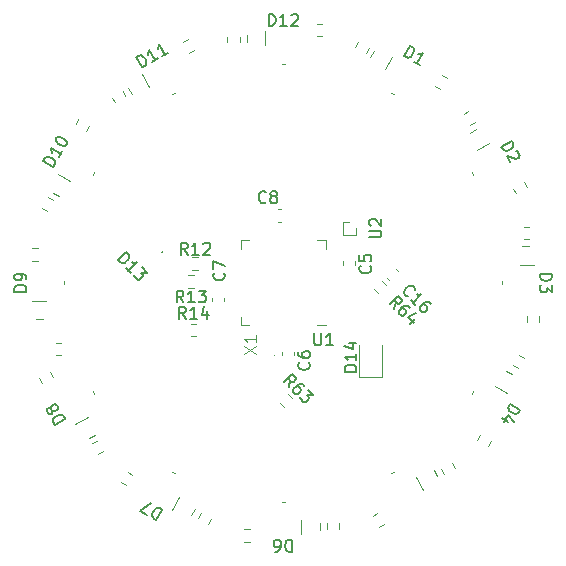
<source format=gbr>
%TF.GenerationSoftware,KiCad,Pcbnew,7.0.5*%
%TF.CreationDate,2023-10-07T14:02:05+02:00*%
%TF.ProjectId,ClockRev5,436c6f63-6b52-4657-9635-2e6b69636164,rev?*%
%TF.SameCoordinates,Original*%
%TF.FileFunction,Legend,Top*%
%TF.FilePolarity,Positive*%
%FSLAX46Y46*%
G04 Gerber Fmt 4.6, Leading zero omitted, Abs format (unit mm)*
G04 Created by KiCad (PCBNEW 7.0.5) date 2023-10-07 14:02:05*
%MOMM*%
%LPD*%
G01*
G04 APERTURE LIST*
%ADD10C,0.150000*%
%ADD11C,0.100000*%
%ADD12C,0.120000*%
G04 APERTURE END LIST*
D10*
%TO.C,D8*%
X81525910Y-111518298D02*
X80659884Y-112018298D01*
X80659884Y-112018298D02*
X80540837Y-111812101D01*
X80540837Y-111812101D02*
X80510647Y-111664574D01*
X80510647Y-111664574D02*
X80545507Y-111534476D01*
X80545507Y-111534476D02*
X80604176Y-111445618D01*
X80604176Y-111445618D02*
X80745324Y-111309140D01*
X80745324Y-111309140D02*
X80869042Y-111237712D01*
X80869042Y-111237712D02*
X81057808Y-111183713D01*
X81057808Y-111183713D02*
X81164097Y-111177333D01*
X81164097Y-111177333D02*
X81294194Y-111212193D01*
X81294194Y-111212193D02*
X81406862Y-111312101D01*
X81406862Y-111312101D02*
X81525910Y-111518298D01*
X80459609Y-110814269D02*
X80465989Y-110920557D01*
X80465989Y-110920557D02*
X80448559Y-110985606D01*
X80448559Y-110985606D02*
X80389890Y-111074464D01*
X80389890Y-111074464D02*
X80348651Y-111098274D01*
X80348651Y-111098274D02*
X80242363Y-111104653D01*
X80242363Y-111104653D02*
X80177314Y-111087224D01*
X80177314Y-111087224D02*
X80088456Y-111028554D01*
X80088456Y-111028554D02*
X79993218Y-110863597D01*
X79993218Y-110863597D02*
X79986838Y-110757309D01*
X79986838Y-110757309D02*
X80004268Y-110692260D01*
X80004268Y-110692260D02*
X80062937Y-110603402D01*
X80062937Y-110603402D02*
X80104176Y-110579592D01*
X80104176Y-110579592D02*
X80210464Y-110573213D01*
X80210464Y-110573213D02*
X80275513Y-110590642D01*
X80275513Y-110590642D02*
X80364371Y-110649312D01*
X80364371Y-110649312D02*
X80459609Y-110814269D01*
X80459609Y-110814269D02*
X80548468Y-110872938D01*
X80548468Y-110872938D02*
X80613517Y-110890368D01*
X80613517Y-110890368D02*
X80719805Y-110883988D01*
X80719805Y-110883988D02*
X80884762Y-110788750D01*
X80884762Y-110788750D02*
X80943431Y-110699891D01*
X80943431Y-110699891D02*
X80960861Y-110634843D01*
X80960861Y-110634843D02*
X80954481Y-110528554D01*
X80954481Y-110528554D02*
X80859243Y-110363597D01*
X80859243Y-110363597D02*
X80770385Y-110304928D01*
X80770385Y-110304928D02*
X80705336Y-110287498D01*
X80705336Y-110287498D02*
X80599048Y-110293878D01*
X80599048Y-110293878D02*
X80434091Y-110389116D01*
X80434091Y-110389116D02*
X80375421Y-110477975D01*
X80375421Y-110477975D02*
X80357992Y-110543023D01*
X80357992Y-110543023D02*
X80364371Y-110649312D01*
%TO.C,D14*%
X106204819Y-107514285D02*
X105204819Y-107514285D01*
X105204819Y-107514285D02*
X105204819Y-107276190D01*
X105204819Y-107276190D02*
X105252438Y-107133333D01*
X105252438Y-107133333D02*
X105347676Y-107038095D01*
X105347676Y-107038095D02*
X105442914Y-106990476D01*
X105442914Y-106990476D02*
X105633390Y-106942857D01*
X105633390Y-106942857D02*
X105776247Y-106942857D01*
X105776247Y-106942857D02*
X105966723Y-106990476D01*
X105966723Y-106990476D02*
X106061961Y-107038095D01*
X106061961Y-107038095D02*
X106157200Y-107133333D01*
X106157200Y-107133333D02*
X106204819Y-107276190D01*
X106204819Y-107276190D02*
X106204819Y-107514285D01*
X106204819Y-105990476D02*
X106204819Y-106561904D01*
X106204819Y-106276190D02*
X105204819Y-106276190D01*
X105204819Y-106276190D02*
X105347676Y-106371428D01*
X105347676Y-106371428D02*
X105442914Y-106466666D01*
X105442914Y-106466666D02*
X105490533Y-106561904D01*
X105538152Y-105133333D02*
X106204819Y-105133333D01*
X105157200Y-105371428D02*
X105871485Y-105609523D01*
X105871485Y-105609523D02*
X105871485Y-104990476D01*
D11*
%TO.C,X1*%
X96662419Y-106009523D02*
X97662419Y-105342857D01*
X96662419Y-105342857D02*
X97662419Y-106009523D01*
X97662419Y-104438095D02*
X97662419Y-105009523D01*
X97662419Y-104723809D02*
X96662419Y-104723809D01*
X96662419Y-104723809D02*
X96805276Y-104819047D01*
X96805276Y-104819047D02*
X96900514Y-104914285D01*
X96900514Y-104914285D02*
X96948133Y-105009523D01*
D10*
%TO.C,C6*%
X102159580Y-106741666D02*
X102207200Y-106789285D01*
X102207200Y-106789285D02*
X102254819Y-106932142D01*
X102254819Y-106932142D02*
X102254819Y-107027380D01*
X102254819Y-107027380D02*
X102207200Y-107170237D01*
X102207200Y-107170237D02*
X102111961Y-107265475D01*
X102111961Y-107265475D02*
X102016723Y-107313094D01*
X102016723Y-107313094D02*
X101826247Y-107360713D01*
X101826247Y-107360713D02*
X101683390Y-107360713D01*
X101683390Y-107360713D02*
X101492914Y-107313094D01*
X101492914Y-107313094D02*
X101397676Y-107265475D01*
X101397676Y-107265475D02*
X101302438Y-107170237D01*
X101302438Y-107170237D02*
X101254819Y-107027380D01*
X101254819Y-107027380D02*
X101254819Y-106932142D01*
X101254819Y-106932142D02*
X101302438Y-106789285D01*
X101302438Y-106789285D02*
X101350057Y-106741666D01*
X101254819Y-105884523D02*
X101254819Y-106074999D01*
X101254819Y-106074999D02*
X101302438Y-106170237D01*
X101302438Y-106170237D02*
X101350057Y-106217856D01*
X101350057Y-106217856D02*
X101492914Y-106313094D01*
X101492914Y-106313094D02*
X101683390Y-106360713D01*
X101683390Y-106360713D02*
X102064342Y-106360713D01*
X102064342Y-106360713D02*
X102159580Y-106313094D01*
X102159580Y-106313094D02*
X102207200Y-106265475D01*
X102207200Y-106265475D02*
X102254819Y-106170237D01*
X102254819Y-106170237D02*
X102254819Y-105979761D01*
X102254819Y-105979761D02*
X102207200Y-105884523D01*
X102207200Y-105884523D02*
X102159580Y-105836904D01*
X102159580Y-105836904D02*
X102064342Y-105789285D01*
X102064342Y-105789285D02*
X101826247Y-105789285D01*
X101826247Y-105789285D02*
X101731009Y-105836904D01*
X101731009Y-105836904D02*
X101683390Y-105884523D01*
X101683390Y-105884523D02*
X101635771Y-105979761D01*
X101635771Y-105979761D02*
X101635771Y-106170237D01*
X101635771Y-106170237D02*
X101683390Y-106265475D01*
X101683390Y-106265475D02*
X101731009Y-106313094D01*
X101731009Y-106313094D02*
X101826247Y-106360713D01*
%TO.C,D10*%
X80549719Y-90172511D02*
X79683694Y-89672511D01*
X79683694Y-89672511D02*
X79802742Y-89466315D01*
X79802742Y-89466315D02*
X79915410Y-89366406D01*
X79915410Y-89366406D02*
X80045507Y-89331547D01*
X80045507Y-89331547D02*
X80151795Y-89337927D01*
X80151795Y-89337927D02*
X80340562Y-89391925D01*
X80340562Y-89391925D02*
X80464280Y-89463354D01*
X80464280Y-89463354D02*
X80605428Y-89599831D01*
X80605428Y-89599831D02*
X80664097Y-89688690D01*
X80664097Y-89688690D02*
X80698956Y-89818787D01*
X80698956Y-89818787D02*
X80668767Y-89966315D01*
X80668767Y-89966315D02*
X80549719Y-90172511D01*
X81311624Y-88852854D02*
X81025910Y-89347725D01*
X81168767Y-89100289D02*
X80302742Y-88600289D01*
X80302742Y-88600289D02*
X80378841Y-88754197D01*
X80378841Y-88754197D02*
X80413700Y-88884294D01*
X80413700Y-88884294D02*
X80407320Y-88990582D01*
X80755123Y-87816743D02*
X80802742Y-87734264D01*
X80802742Y-87734264D02*
X80891600Y-87675595D01*
X80891600Y-87675595D02*
X80956649Y-87658165D01*
X80956649Y-87658165D02*
X81062937Y-87664545D01*
X81062937Y-87664545D02*
X81251704Y-87718544D01*
X81251704Y-87718544D02*
X81457900Y-87837591D01*
X81457900Y-87837591D02*
X81599048Y-87974069D01*
X81599048Y-87974069D02*
X81657717Y-88062927D01*
X81657717Y-88062927D02*
X81675147Y-88127976D01*
X81675147Y-88127976D02*
X81668767Y-88234264D01*
X81668767Y-88234264D02*
X81621148Y-88316743D01*
X81621148Y-88316743D02*
X81532290Y-88375412D01*
X81532290Y-88375412D02*
X81467241Y-88392841D01*
X81467241Y-88392841D02*
X81360953Y-88386462D01*
X81360953Y-88386462D02*
X81172186Y-88332463D01*
X81172186Y-88332463D02*
X80965989Y-88213415D01*
X80965989Y-88213415D02*
X80824842Y-88076938D01*
X80824842Y-88076938D02*
X80766173Y-87988080D01*
X80766173Y-87988080D02*
X80748743Y-87923031D01*
X80748743Y-87923031D02*
X80755123Y-87816743D01*
%TO.C,U2*%
X107304819Y-96161904D02*
X108114342Y-96161904D01*
X108114342Y-96161904D02*
X108209580Y-96114285D01*
X108209580Y-96114285D02*
X108257200Y-96066666D01*
X108257200Y-96066666D02*
X108304819Y-95971428D01*
X108304819Y-95971428D02*
X108304819Y-95780952D01*
X108304819Y-95780952D02*
X108257200Y-95685714D01*
X108257200Y-95685714D02*
X108209580Y-95638095D01*
X108209580Y-95638095D02*
X108114342Y-95590476D01*
X108114342Y-95590476D02*
X107304819Y-95590476D01*
X107400057Y-95161904D02*
X107352438Y-95114285D01*
X107352438Y-95114285D02*
X107304819Y-95019047D01*
X107304819Y-95019047D02*
X107304819Y-94780952D01*
X107304819Y-94780952D02*
X107352438Y-94685714D01*
X107352438Y-94685714D02*
X107400057Y-94638095D01*
X107400057Y-94638095D02*
X107495295Y-94590476D01*
X107495295Y-94590476D02*
X107590533Y-94590476D01*
X107590533Y-94590476D02*
X107733390Y-94638095D01*
X107733390Y-94638095D02*
X108304819Y-95209523D01*
X108304819Y-95209523D02*
X108304819Y-94590476D01*
%TO.C,U1*%
X102638095Y-104274819D02*
X102638095Y-105084342D01*
X102638095Y-105084342D02*
X102685714Y-105179580D01*
X102685714Y-105179580D02*
X102733333Y-105227200D01*
X102733333Y-105227200D02*
X102828571Y-105274819D01*
X102828571Y-105274819D02*
X103019047Y-105274819D01*
X103019047Y-105274819D02*
X103114285Y-105227200D01*
X103114285Y-105227200D02*
X103161904Y-105179580D01*
X103161904Y-105179580D02*
X103209523Y-105084342D01*
X103209523Y-105084342D02*
X103209523Y-104274819D01*
X104209523Y-105274819D02*
X103638095Y-105274819D01*
X103923809Y-105274819D02*
X103923809Y-104274819D01*
X103923809Y-104274819D02*
X103828571Y-104417676D01*
X103828571Y-104417676D02*
X103733333Y-104512914D01*
X103733333Y-104512914D02*
X103638095Y-104560533D01*
%TO.C,C8*%
X98533333Y-93159580D02*
X98485714Y-93207200D01*
X98485714Y-93207200D02*
X98342857Y-93254819D01*
X98342857Y-93254819D02*
X98247619Y-93254819D01*
X98247619Y-93254819D02*
X98104762Y-93207200D01*
X98104762Y-93207200D02*
X98009524Y-93111961D01*
X98009524Y-93111961D02*
X97961905Y-93016723D01*
X97961905Y-93016723D02*
X97914286Y-92826247D01*
X97914286Y-92826247D02*
X97914286Y-92683390D01*
X97914286Y-92683390D02*
X97961905Y-92492914D01*
X97961905Y-92492914D02*
X98009524Y-92397676D01*
X98009524Y-92397676D02*
X98104762Y-92302438D01*
X98104762Y-92302438D02*
X98247619Y-92254819D01*
X98247619Y-92254819D02*
X98342857Y-92254819D01*
X98342857Y-92254819D02*
X98485714Y-92302438D01*
X98485714Y-92302438D02*
X98533333Y-92350057D01*
X99104762Y-92683390D02*
X99009524Y-92635771D01*
X99009524Y-92635771D02*
X98961905Y-92588152D01*
X98961905Y-92588152D02*
X98914286Y-92492914D01*
X98914286Y-92492914D02*
X98914286Y-92445295D01*
X98914286Y-92445295D02*
X98961905Y-92350057D01*
X98961905Y-92350057D02*
X99009524Y-92302438D01*
X99009524Y-92302438D02*
X99104762Y-92254819D01*
X99104762Y-92254819D02*
X99295238Y-92254819D01*
X99295238Y-92254819D02*
X99390476Y-92302438D01*
X99390476Y-92302438D02*
X99438095Y-92350057D01*
X99438095Y-92350057D02*
X99485714Y-92445295D01*
X99485714Y-92445295D02*
X99485714Y-92492914D01*
X99485714Y-92492914D02*
X99438095Y-92588152D01*
X99438095Y-92588152D02*
X99390476Y-92635771D01*
X99390476Y-92635771D02*
X99295238Y-92683390D01*
X99295238Y-92683390D02*
X99104762Y-92683390D01*
X99104762Y-92683390D02*
X99009524Y-92731009D01*
X99009524Y-92731009D02*
X98961905Y-92778628D01*
X98961905Y-92778628D02*
X98914286Y-92873866D01*
X98914286Y-92873866D02*
X98914286Y-93064342D01*
X98914286Y-93064342D02*
X98961905Y-93159580D01*
X98961905Y-93159580D02*
X99009524Y-93207200D01*
X99009524Y-93207200D02*
X99104762Y-93254819D01*
X99104762Y-93254819D02*
X99295238Y-93254819D01*
X99295238Y-93254819D02*
X99390476Y-93207200D01*
X99390476Y-93207200D02*
X99438095Y-93159580D01*
X99438095Y-93159580D02*
X99485714Y-93064342D01*
X99485714Y-93064342D02*
X99485714Y-92873866D01*
X99485714Y-92873866D02*
X99438095Y-92778628D01*
X99438095Y-92778628D02*
X99390476Y-92731009D01*
X99390476Y-92731009D02*
X99295238Y-92683390D01*
%TO.C,D13*%
X86027640Y-98082308D02*
X86734747Y-97375202D01*
X86734747Y-97375202D02*
X86903106Y-97543560D01*
X86903106Y-97543560D02*
X86970449Y-97678247D01*
X86970449Y-97678247D02*
X86970449Y-97812934D01*
X86970449Y-97812934D02*
X86936777Y-97913950D01*
X86936777Y-97913950D02*
X86835762Y-98082308D01*
X86835762Y-98082308D02*
X86734747Y-98183324D01*
X86734747Y-98183324D02*
X86566388Y-98284339D01*
X86566388Y-98284339D02*
X86465373Y-98318011D01*
X86465373Y-98318011D02*
X86330686Y-98318011D01*
X86330686Y-98318011D02*
X86195999Y-98250667D01*
X86195999Y-98250667D02*
X86027640Y-98082308D01*
X87105136Y-99159804D02*
X86701075Y-98755743D01*
X86903106Y-98957774D02*
X87610212Y-98250667D01*
X87610212Y-98250667D02*
X87441854Y-98284339D01*
X87441854Y-98284339D02*
X87307167Y-98284339D01*
X87307167Y-98284339D02*
X87206151Y-98250667D01*
X88047945Y-98688400D02*
X88485678Y-99126133D01*
X88485678Y-99126133D02*
X87980602Y-99159805D01*
X87980602Y-99159805D02*
X88081617Y-99260820D01*
X88081617Y-99260820D02*
X88115289Y-99361835D01*
X88115289Y-99361835D02*
X88115289Y-99429179D01*
X88115289Y-99429179D02*
X88081617Y-99530194D01*
X88081617Y-99530194D02*
X87913258Y-99698553D01*
X87913258Y-99698553D02*
X87812243Y-99732224D01*
X87812243Y-99732224D02*
X87744900Y-99732224D01*
X87744900Y-99732224D02*
X87643884Y-99698553D01*
X87643884Y-99698553D02*
X87441854Y-99496522D01*
X87441854Y-99496522D02*
X87408182Y-99395507D01*
X87408182Y-99395507D02*
X87408182Y-99328163D01*
%TO.C,D3*%
X121758180Y-99261905D02*
X122758180Y-99261905D01*
X122758180Y-99261905D02*
X122758180Y-99500000D01*
X122758180Y-99500000D02*
X122710561Y-99642857D01*
X122710561Y-99642857D02*
X122615323Y-99738095D01*
X122615323Y-99738095D02*
X122520085Y-99785714D01*
X122520085Y-99785714D02*
X122329609Y-99833333D01*
X122329609Y-99833333D02*
X122186752Y-99833333D01*
X122186752Y-99833333D02*
X121996276Y-99785714D01*
X121996276Y-99785714D02*
X121901038Y-99738095D01*
X121901038Y-99738095D02*
X121805800Y-99642857D01*
X121805800Y-99642857D02*
X121758180Y-99500000D01*
X121758180Y-99500000D02*
X121758180Y-99261905D01*
X122758180Y-100166667D02*
X122758180Y-100785714D01*
X122758180Y-100785714D02*
X122377228Y-100452381D01*
X122377228Y-100452381D02*
X122377228Y-100595238D01*
X122377228Y-100595238D02*
X122329609Y-100690476D01*
X122329609Y-100690476D02*
X122281990Y-100738095D01*
X122281990Y-100738095D02*
X122186752Y-100785714D01*
X122186752Y-100785714D02*
X121948657Y-100785714D01*
X121948657Y-100785714D02*
X121853419Y-100738095D01*
X121853419Y-100738095D02*
X121805800Y-100690476D01*
X121805800Y-100690476D02*
X121758180Y-100595238D01*
X121758180Y-100595238D02*
X121758180Y-100309524D01*
X121758180Y-100309524D02*
X121805800Y-100214286D01*
X121805800Y-100214286D02*
X121853419Y-100166667D01*
%TO.C,D6*%
X100738094Y-121758180D02*
X100738094Y-122758180D01*
X100738094Y-122758180D02*
X100499999Y-122758180D01*
X100499999Y-122758180D02*
X100357142Y-122710561D01*
X100357142Y-122710561D02*
X100261904Y-122615323D01*
X100261904Y-122615323D02*
X100214285Y-122520085D01*
X100214285Y-122520085D02*
X100166666Y-122329609D01*
X100166666Y-122329609D02*
X100166666Y-122186752D01*
X100166666Y-122186752D02*
X100214285Y-121996276D01*
X100214285Y-121996276D02*
X100261904Y-121901038D01*
X100261904Y-121901038D02*
X100357142Y-121805800D01*
X100357142Y-121805800D02*
X100499999Y-121758180D01*
X100499999Y-121758180D02*
X100738094Y-121758180D01*
X99309523Y-122758180D02*
X99499999Y-122758180D01*
X99499999Y-122758180D02*
X99595237Y-122710561D01*
X99595237Y-122710561D02*
X99642856Y-122662942D01*
X99642856Y-122662942D02*
X99738094Y-122520085D01*
X99738094Y-122520085D02*
X99785713Y-122329609D01*
X99785713Y-122329609D02*
X99785713Y-121948657D01*
X99785713Y-121948657D02*
X99738094Y-121853419D01*
X99738094Y-121853419D02*
X99690475Y-121805800D01*
X99690475Y-121805800D02*
X99595237Y-121758180D01*
X99595237Y-121758180D02*
X99404761Y-121758180D01*
X99404761Y-121758180D02*
X99309523Y-121805800D01*
X99309523Y-121805800D02*
X99261904Y-121853419D01*
X99261904Y-121853419D02*
X99214285Y-121948657D01*
X99214285Y-121948657D02*
X99214285Y-122186752D01*
X99214285Y-122186752D02*
X99261904Y-122281990D01*
X99261904Y-122281990D02*
X99309523Y-122329609D01*
X99309523Y-122329609D02*
X99404761Y-122377228D01*
X99404761Y-122377228D02*
X99595237Y-122377228D01*
X99595237Y-122377228D02*
X99690475Y-122329609D01*
X99690475Y-122329609D02*
X99738094Y-122281990D01*
X99738094Y-122281990D02*
X99785713Y-122186752D01*
%TO.C,C7*%
X94959580Y-99166666D02*
X95007200Y-99214285D01*
X95007200Y-99214285D02*
X95054819Y-99357142D01*
X95054819Y-99357142D02*
X95054819Y-99452380D01*
X95054819Y-99452380D02*
X95007200Y-99595237D01*
X95007200Y-99595237D02*
X94911961Y-99690475D01*
X94911961Y-99690475D02*
X94816723Y-99738094D01*
X94816723Y-99738094D02*
X94626247Y-99785713D01*
X94626247Y-99785713D02*
X94483390Y-99785713D01*
X94483390Y-99785713D02*
X94292914Y-99738094D01*
X94292914Y-99738094D02*
X94197676Y-99690475D01*
X94197676Y-99690475D02*
X94102438Y-99595237D01*
X94102438Y-99595237D02*
X94054819Y-99452380D01*
X94054819Y-99452380D02*
X94054819Y-99357142D01*
X94054819Y-99357142D02*
X94102438Y-99214285D01*
X94102438Y-99214285D02*
X94150057Y-99166666D01*
X94054819Y-98833332D02*
X94054819Y-98166666D01*
X94054819Y-98166666D02*
X95054819Y-98595237D01*
%TO.C,D9*%
X78241819Y-100738094D02*
X77241819Y-100738094D01*
X77241819Y-100738094D02*
X77241819Y-100499999D01*
X77241819Y-100499999D02*
X77289438Y-100357142D01*
X77289438Y-100357142D02*
X77384676Y-100261904D01*
X77384676Y-100261904D02*
X77479914Y-100214285D01*
X77479914Y-100214285D02*
X77670390Y-100166666D01*
X77670390Y-100166666D02*
X77813247Y-100166666D01*
X77813247Y-100166666D02*
X78003723Y-100214285D01*
X78003723Y-100214285D02*
X78098961Y-100261904D01*
X78098961Y-100261904D02*
X78194200Y-100357142D01*
X78194200Y-100357142D02*
X78241819Y-100499999D01*
X78241819Y-100499999D02*
X78241819Y-100738094D01*
X78241819Y-99690475D02*
X78241819Y-99499999D01*
X78241819Y-99499999D02*
X78194200Y-99404761D01*
X78194200Y-99404761D02*
X78146580Y-99357142D01*
X78146580Y-99357142D02*
X78003723Y-99261904D01*
X78003723Y-99261904D02*
X77813247Y-99214285D01*
X77813247Y-99214285D02*
X77432295Y-99214285D01*
X77432295Y-99214285D02*
X77337057Y-99261904D01*
X77337057Y-99261904D02*
X77289438Y-99309523D01*
X77289438Y-99309523D02*
X77241819Y-99404761D01*
X77241819Y-99404761D02*
X77241819Y-99595237D01*
X77241819Y-99595237D02*
X77289438Y-99690475D01*
X77289438Y-99690475D02*
X77337057Y-99738094D01*
X77337057Y-99738094D02*
X77432295Y-99785713D01*
X77432295Y-99785713D02*
X77670390Y-99785713D01*
X77670390Y-99785713D02*
X77765628Y-99738094D01*
X77765628Y-99738094D02*
X77813247Y-99690475D01*
X77813247Y-99690475D02*
X77860866Y-99595237D01*
X77860866Y-99595237D02*
X77860866Y-99404761D01*
X77860866Y-99404761D02*
X77813247Y-99309523D01*
X77813247Y-99309523D02*
X77765628Y-99261904D01*
X77765628Y-99261904D02*
X77670390Y-99214285D01*
%TO.C,D2*%
X118474088Y-88481700D02*
X119340114Y-87981700D01*
X119340114Y-87981700D02*
X119459161Y-88187897D01*
X119459161Y-88187897D02*
X119489351Y-88335424D01*
X119489351Y-88335424D02*
X119454491Y-88465522D01*
X119454491Y-88465522D02*
X119395822Y-88554380D01*
X119395822Y-88554380D02*
X119254674Y-88690858D01*
X119254674Y-88690858D02*
X119130956Y-88762286D01*
X119130956Y-88762286D02*
X118942190Y-88816285D01*
X118942190Y-88816285D02*
X118835901Y-88822665D01*
X118835901Y-88822665D02*
X118705804Y-88787805D01*
X118705804Y-88787805D02*
X118593136Y-88687897D01*
X118593136Y-88687897D02*
X118474088Y-88481700D01*
X119733826Y-88854105D02*
X119798874Y-88871535D01*
X119798874Y-88871535D02*
X119887733Y-88930204D01*
X119887733Y-88930204D02*
X120006780Y-89136401D01*
X120006780Y-89136401D02*
X120013160Y-89242689D01*
X120013160Y-89242689D02*
X119995730Y-89307738D01*
X119995730Y-89307738D02*
X119937061Y-89396596D01*
X119937061Y-89396596D02*
X119854583Y-89444215D01*
X119854583Y-89444215D02*
X119707055Y-89474404D01*
X119707055Y-89474404D02*
X118926469Y-89265247D01*
X118926469Y-89265247D02*
X119235993Y-89801358D01*
%TO.C,R12*%
X91907142Y-97604819D02*
X91573809Y-97128628D01*
X91335714Y-97604819D02*
X91335714Y-96604819D01*
X91335714Y-96604819D02*
X91716666Y-96604819D01*
X91716666Y-96604819D02*
X91811904Y-96652438D01*
X91811904Y-96652438D02*
X91859523Y-96700057D01*
X91859523Y-96700057D02*
X91907142Y-96795295D01*
X91907142Y-96795295D02*
X91907142Y-96938152D01*
X91907142Y-96938152D02*
X91859523Y-97033390D01*
X91859523Y-97033390D02*
X91811904Y-97081009D01*
X91811904Y-97081009D02*
X91716666Y-97128628D01*
X91716666Y-97128628D02*
X91335714Y-97128628D01*
X92859523Y-97604819D02*
X92288095Y-97604819D01*
X92573809Y-97604819D02*
X92573809Y-96604819D01*
X92573809Y-96604819D02*
X92478571Y-96747676D01*
X92478571Y-96747676D02*
X92383333Y-96842914D01*
X92383333Y-96842914D02*
X92288095Y-96890533D01*
X93240476Y-96700057D02*
X93288095Y-96652438D01*
X93288095Y-96652438D02*
X93383333Y-96604819D01*
X93383333Y-96604819D02*
X93621428Y-96604819D01*
X93621428Y-96604819D02*
X93716666Y-96652438D01*
X93716666Y-96652438D02*
X93764285Y-96700057D01*
X93764285Y-96700057D02*
X93811904Y-96795295D01*
X93811904Y-96795295D02*
X93811904Y-96890533D01*
X93811904Y-96890533D02*
X93764285Y-97033390D01*
X93764285Y-97033390D02*
X93192857Y-97604819D01*
X93192857Y-97604819D02*
X93811904Y-97604819D01*
%TO.C,D1*%
X110239880Y-80787815D02*
X110739880Y-79921790D01*
X110739880Y-79921790D02*
X110946077Y-80040837D01*
X110946077Y-80040837D02*
X111045985Y-80153505D01*
X111045985Y-80153505D02*
X111080845Y-80283603D01*
X111080845Y-80283603D02*
X111074465Y-80389891D01*
X111074465Y-80389891D02*
X111020466Y-80578658D01*
X111020466Y-80578658D02*
X110949038Y-80702376D01*
X110949038Y-80702376D02*
X110812560Y-80843523D01*
X110812560Y-80843523D02*
X110723702Y-80902192D01*
X110723702Y-80902192D02*
X110593604Y-80937052D01*
X110593604Y-80937052D02*
X110446077Y-80906863D01*
X110446077Y-80906863D02*
X110239880Y-80787815D01*
X111559538Y-81549720D02*
X111064666Y-81264005D01*
X111312102Y-81406863D02*
X111812102Y-80540837D01*
X111812102Y-80540837D02*
X111658195Y-80616936D01*
X111658195Y-80616936D02*
X111528097Y-80651796D01*
X111528097Y-80651796D02*
X111421809Y-80645416D01*
%TO.C,D11*%
X88069308Y-81764005D02*
X87569308Y-80897980D01*
X87569308Y-80897980D02*
X87775504Y-80778932D01*
X87775504Y-80778932D02*
X87923032Y-80748743D01*
X87923032Y-80748743D02*
X88053129Y-80783603D01*
X88053129Y-80783603D02*
X88141988Y-80842272D01*
X88141988Y-80842272D02*
X88278465Y-80983419D01*
X88278465Y-80983419D02*
X88349894Y-81107137D01*
X88349894Y-81107137D02*
X88403892Y-81295904D01*
X88403892Y-81295904D02*
X88410272Y-81402192D01*
X88410272Y-81402192D02*
X88375413Y-81532290D01*
X88375413Y-81532290D02*
X88275504Y-81644958D01*
X88275504Y-81644958D02*
X88069308Y-81764005D01*
X89388965Y-81002100D02*
X88894094Y-81287815D01*
X89141530Y-81144958D02*
X88641530Y-80278932D01*
X88641530Y-80278932D02*
X88630480Y-80450269D01*
X88630480Y-80450269D02*
X88595620Y-80580367D01*
X88595620Y-80580367D02*
X88536951Y-80669225D01*
X90213752Y-80525910D02*
X89718880Y-80811624D01*
X89966316Y-80668767D02*
X89466316Y-79802742D01*
X89466316Y-79802742D02*
X89455266Y-79974079D01*
X89455266Y-79974079D02*
X89420406Y-80104176D01*
X89420406Y-80104176D02*
X89361737Y-80193035D01*
%TO.C,D7*%
X89760119Y-119212183D02*
X89260119Y-120078208D01*
X89260119Y-120078208D02*
X89053922Y-119959161D01*
X89053922Y-119959161D02*
X88954014Y-119846493D01*
X88954014Y-119846493D02*
X88919154Y-119716395D01*
X88919154Y-119716395D02*
X88925534Y-119610107D01*
X88925534Y-119610107D02*
X88979533Y-119421340D01*
X88979533Y-119421340D02*
X89050961Y-119297622D01*
X89050961Y-119297622D02*
X89187439Y-119156475D01*
X89187439Y-119156475D02*
X89276297Y-119097806D01*
X89276297Y-119097806D02*
X89406395Y-119062946D01*
X89406395Y-119062946D02*
X89553922Y-119093135D01*
X89553922Y-119093135D02*
X89760119Y-119212183D01*
X88476572Y-119625827D02*
X87899222Y-119292494D01*
X87899222Y-119292494D02*
X88770376Y-118640754D01*
%TO.C,C5*%
X107359580Y-98566666D02*
X107407200Y-98614285D01*
X107407200Y-98614285D02*
X107454819Y-98757142D01*
X107454819Y-98757142D02*
X107454819Y-98852380D01*
X107454819Y-98852380D02*
X107407200Y-98995237D01*
X107407200Y-98995237D02*
X107311961Y-99090475D01*
X107311961Y-99090475D02*
X107216723Y-99138094D01*
X107216723Y-99138094D02*
X107026247Y-99185713D01*
X107026247Y-99185713D02*
X106883390Y-99185713D01*
X106883390Y-99185713D02*
X106692914Y-99138094D01*
X106692914Y-99138094D02*
X106597676Y-99090475D01*
X106597676Y-99090475D02*
X106502438Y-98995237D01*
X106502438Y-98995237D02*
X106454819Y-98852380D01*
X106454819Y-98852380D02*
X106454819Y-98757142D01*
X106454819Y-98757142D02*
X106502438Y-98614285D01*
X106502438Y-98614285D02*
X106550057Y-98566666D01*
X106454819Y-97661904D02*
X106454819Y-98138094D01*
X106454819Y-98138094D02*
X106931009Y-98185713D01*
X106931009Y-98185713D02*
X106883390Y-98138094D01*
X106883390Y-98138094D02*
X106835771Y-98042856D01*
X106835771Y-98042856D02*
X106835771Y-97804761D01*
X106835771Y-97804761D02*
X106883390Y-97709523D01*
X106883390Y-97709523D02*
X106931009Y-97661904D01*
X106931009Y-97661904D02*
X107026247Y-97614285D01*
X107026247Y-97614285D02*
X107264342Y-97614285D01*
X107264342Y-97614285D02*
X107359580Y-97661904D01*
X107359580Y-97661904D02*
X107407200Y-97709523D01*
X107407200Y-97709523D02*
X107454819Y-97804761D01*
X107454819Y-97804761D02*
X107454819Y-98042856D01*
X107454819Y-98042856D02*
X107407200Y-98138094D01*
X107407200Y-98138094D02*
X107359580Y-98185713D01*
%TO.C,D12*%
X98785714Y-78241819D02*
X98785714Y-77241819D01*
X98785714Y-77241819D02*
X99023809Y-77241819D01*
X99023809Y-77241819D02*
X99166666Y-77289438D01*
X99166666Y-77289438D02*
X99261904Y-77384676D01*
X99261904Y-77384676D02*
X99309523Y-77479914D01*
X99309523Y-77479914D02*
X99357142Y-77670390D01*
X99357142Y-77670390D02*
X99357142Y-77813247D01*
X99357142Y-77813247D02*
X99309523Y-78003723D01*
X99309523Y-78003723D02*
X99261904Y-78098961D01*
X99261904Y-78098961D02*
X99166666Y-78194200D01*
X99166666Y-78194200D02*
X99023809Y-78241819D01*
X99023809Y-78241819D02*
X98785714Y-78241819D01*
X100309523Y-78241819D02*
X99738095Y-78241819D01*
X100023809Y-78241819D02*
X100023809Y-77241819D01*
X100023809Y-77241819D02*
X99928571Y-77384676D01*
X99928571Y-77384676D02*
X99833333Y-77479914D01*
X99833333Y-77479914D02*
X99738095Y-77527533D01*
X100690476Y-77337057D02*
X100738095Y-77289438D01*
X100738095Y-77289438D02*
X100833333Y-77241819D01*
X100833333Y-77241819D02*
X101071428Y-77241819D01*
X101071428Y-77241819D02*
X101166666Y-77289438D01*
X101166666Y-77289438D02*
X101214285Y-77337057D01*
X101214285Y-77337057D02*
X101261904Y-77432295D01*
X101261904Y-77432295D02*
X101261904Y-77527533D01*
X101261904Y-77527533D02*
X101214285Y-77670390D01*
X101214285Y-77670390D02*
X100642857Y-78241819D01*
X100642857Y-78241819D02*
X101261904Y-78241819D01*
%TO.C,R64*%
X109423825Y-102217036D02*
X109524840Y-101644617D01*
X109019764Y-101812975D02*
X109726871Y-101105869D01*
X109726871Y-101105869D02*
X109996245Y-101375243D01*
X109996245Y-101375243D02*
X110029917Y-101476258D01*
X110029917Y-101476258D02*
X110029917Y-101543601D01*
X110029917Y-101543601D02*
X109996245Y-101644617D01*
X109996245Y-101644617D02*
X109895230Y-101745632D01*
X109895230Y-101745632D02*
X109794214Y-101779304D01*
X109794214Y-101779304D02*
X109726871Y-101779304D01*
X109726871Y-101779304D02*
X109625856Y-101745632D01*
X109625856Y-101745632D02*
X109356482Y-101476258D01*
X110737023Y-102116021D02*
X110602336Y-101981334D01*
X110602336Y-101981334D02*
X110501321Y-101947662D01*
X110501321Y-101947662D02*
X110433978Y-101947662D01*
X110433978Y-101947662D02*
X110265619Y-101981334D01*
X110265619Y-101981334D02*
X110097260Y-102082349D01*
X110097260Y-102082349D02*
X109827886Y-102351723D01*
X109827886Y-102351723D02*
X109794214Y-102452739D01*
X109794214Y-102452739D02*
X109794214Y-102520082D01*
X109794214Y-102520082D02*
X109827886Y-102621097D01*
X109827886Y-102621097D02*
X109962573Y-102755784D01*
X109962573Y-102755784D02*
X110063588Y-102789456D01*
X110063588Y-102789456D02*
X110130932Y-102789456D01*
X110130932Y-102789456D02*
X110231947Y-102755784D01*
X110231947Y-102755784D02*
X110400306Y-102587426D01*
X110400306Y-102587426D02*
X110433978Y-102486410D01*
X110433978Y-102486410D02*
X110433978Y-102419067D01*
X110433978Y-102419067D02*
X110400306Y-102318052D01*
X110400306Y-102318052D02*
X110265619Y-102183365D01*
X110265619Y-102183365D02*
X110164604Y-102149693D01*
X110164604Y-102149693D02*
X110097260Y-102149693D01*
X110097260Y-102149693D02*
X109996245Y-102183365D01*
X111174756Y-103025159D02*
X110703352Y-103496563D01*
X111275772Y-102587426D02*
X110602337Y-102924143D01*
X110602337Y-102924143D02*
X111040069Y-103361876D01*
%TO.C,R63*%
X100468351Y-108839236D02*
X100569366Y-108266817D01*
X100064290Y-108435175D02*
X100771397Y-107728069D01*
X100771397Y-107728069D02*
X101040771Y-107997443D01*
X101040771Y-107997443D02*
X101074443Y-108098458D01*
X101074443Y-108098458D02*
X101074443Y-108165801D01*
X101074443Y-108165801D02*
X101040771Y-108266817D01*
X101040771Y-108266817D02*
X100939756Y-108367832D01*
X100939756Y-108367832D02*
X100838740Y-108401504D01*
X100838740Y-108401504D02*
X100771397Y-108401504D01*
X100771397Y-108401504D02*
X100670382Y-108367832D01*
X100670382Y-108367832D02*
X100401008Y-108098458D01*
X101781549Y-108738221D02*
X101646862Y-108603534D01*
X101646862Y-108603534D02*
X101545847Y-108569862D01*
X101545847Y-108569862D02*
X101478504Y-108569862D01*
X101478504Y-108569862D02*
X101310145Y-108603534D01*
X101310145Y-108603534D02*
X101141786Y-108704549D01*
X101141786Y-108704549D02*
X100872412Y-108973923D01*
X100872412Y-108973923D02*
X100838740Y-109074939D01*
X100838740Y-109074939D02*
X100838740Y-109142282D01*
X100838740Y-109142282D02*
X100872412Y-109243297D01*
X100872412Y-109243297D02*
X101007099Y-109377984D01*
X101007099Y-109377984D02*
X101108114Y-109411656D01*
X101108114Y-109411656D02*
X101175458Y-109411656D01*
X101175458Y-109411656D02*
X101276473Y-109377984D01*
X101276473Y-109377984D02*
X101444832Y-109209626D01*
X101444832Y-109209626D02*
X101478504Y-109108610D01*
X101478504Y-109108610D02*
X101478504Y-109041267D01*
X101478504Y-109041267D02*
X101444832Y-108940252D01*
X101444832Y-108940252D02*
X101310145Y-108805565D01*
X101310145Y-108805565D02*
X101209130Y-108771893D01*
X101209130Y-108771893D02*
X101141786Y-108771893D01*
X101141786Y-108771893D02*
X101040771Y-108805565D01*
X102084595Y-109041267D02*
X102522328Y-109479000D01*
X102522328Y-109479000D02*
X102017252Y-109512672D01*
X102017252Y-109512672D02*
X102118267Y-109613687D01*
X102118267Y-109613687D02*
X102151939Y-109714702D01*
X102151939Y-109714702D02*
X102151939Y-109782046D01*
X102151939Y-109782046D02*
X102118267Y-109883061D01*
X102118267Y-109883061D02*
X101949908Y-110051420D01*
X101949908Y-110051420D02*
X101848893Y-110085091D01*
X101848893Y-110085091D02*
X101781550Y-110085091D01*
X101781550Y-110085091D02*
X101680534Y-110051420D01*
X101680534Y-110051420D02*
X101478504Y-109849389D01*
X101478504Y-109849389D02*
X101444832Y-109748374D01*
X101444832Y-109748374D02*
X101444832Y-109681030D01*
%TO.C,R14*%
X91757142Y-103024819D02*
X91423809Y-102548628D01*
X91185714Y-103024819D02*
X91185714Y-102024819D01*
X91185714Y-102024819D02*
X91566666Y-102024819D01*
X91566666Y-102024819D02*
X91661904Y-102072438D01*
X91661904Y-102072438D02*
X91709523Y-102120057D01*
X91709523Y-102120057D02*
X91757142Y-102215295D01*
X91757142Y-102215295D02*
X91757142Y-102358152D01*
X91757142Y-102358152D02*
X91709523Y-102453390D01*
X91709523Y-102453390D02*
X91661904Y-102501009D01*
X91661904Y-102501009D02*
X91566666Y-102548628D01*
X91566666Y-102548628D02*
X91185714Y-102548628D01*
X92709523Y-103024819D02*
X92138095Y-103024819D01*
X92423809Y-103024819D02*
X92423809Y-102024819D01*
X92423809Y-102024819D02*
X92328571Y-102167676D01*
X92328571Y-102167676D02*
X92233333Y-102262914D01*
X92233333Y-102262914D02*
X92138095Y-102310533D01*
X93566666Y-102358152D02*
X93566666Y-103024819D01*
X93328571Y-101977200D02*
X93090476Y-102691485D01*
X93090476Y-102691485D02*
X93709523Y-102691485D01*
%TO.C,R13*%
X91557142Y-101654819D02*
X91223809Y-101178628D01*
X90985714Y-101654819D02*
X90985714Y-100654819D01*
X90985714Y-100654819D02*
X91366666Y-100654819D01*
X91366666Y-100654819D02*
X91461904Y-100702438D01*
X91461904Y-100702438D02*
X91509523Y-100750057D01*
X91509523Y-100750057D02*
X91557142Y-100845295D01*
X91557142Y-100845295D02*
X91557142Y-100988152D01*
X91557142Y-100988152D02*
X91509523Y-101083390D01*
X91509523Y-101083390D02*
X91461904Y-101131009D01*
X91461904Y-101131009D02*
X91366666Y-101178628D01*
X91366666Y-101178628D02*
X90985714Y-101178628D01*
X92509523Y-101654819D02*
X91938095Y-101654819D01*
X92223809Y-101654819D02*
X92223809Y-100654819D01*
X92223809Y-100654819D02*
X92128571Y-100797676D01*
X92128571Y-100797676D02*
X92033333Y-100892914D01*
X92033333Y-100892914D02*
X91938095Y-100940533D01*
X92842857Y-100654819D02*
X93461904Y-100654819D01*
X93461904Y-100654819D02*
X93128571Y-101035771D01*
X93128571Y-101035771D02*
X93271428Y-101035771D01*
X93271428Y-101035771D02*
X93366666Y-101083390D01*
X93366666Y-101083390D02*
X93414285Y-101131009D01*
X93414285Y-101131009D02*
X93461904Y-101226247D01*
X93461904Y-101226247D02*
X93461904Y-101464342D01*
X93461904Y-101464342D02*
X93414285Y-101559580D01*
X93414285Y-101559580D02*
X93366666Y-101607200D01*
X93366666Y-101607200D02*
X93271428Y-101654819D01*
X93271428Y-101654819D02*
X92985714Y-101654819D01*
X92985714Y-101654819D02*
X92890476Y-101607200D01*
X92890476Y-101607200D02*
X92842857Y-101559580D01*
%TO.C,D4*%
X119212183Y-110239880D02*
X120078208Y-110739880D01*
X120078208Y-110739880D02*
X119959161Y-110946077D01*
X119959161Y-110946077D02*
X119846493Y-111045985D01*
X119846493Y-111045985D02*
X119716395Y-111080845D01*
X119716395Y-111080845D02*
X119610107Y-111074465D01*
X119610107Y-111074465D02*
X119421340Y-111020466D01*
X119421340Y-111020466D02*
X119297622Y-110949038D01*
X119297622Y-110949038D02*
X119156475Y-110812560D01*
X119156475Y-110812560D02*
X119097806Y-110723702D01*
X119097806Y-110723702D02*
X119062946Y-110593604D01*
X119062946Y-110593604D02*
X119093135Y-110446077D01*
X119093135Y-110446077D02*
X119212183Y-110239880D01*
X119075248Y-111810393D02*
X118497897Y-111477059D01*
X119524210Y-111794672D02*
X119024668Y-111231333D01*
X119024668Y-111231333D02*
X118715144Y-111767444D01*
%TO.C,C16*%
X110591169Y-101149693D02*
X110523825Y-101149693D01*
X110523825Y-101149693D02*
X110389138Y-101082349D01*
X110389138Y-101082349D02*
X110321795Y-101015006D01*
X110321795Y-101015006D02*
X110254451Y-100880319D01*
X110254451Y-100880319D02*
X110254451Y-100745632D01*
X110254451Y-100745632D02*
X110288123Y-100644617D01*
X110288123Y-100644617D02*
X110389138Y-100476258D01*
X110389138Y-100476258D02*
X110490153Y-100375243D01*
X110490153Y-100375243D02*
X110658512Y-100274227D01*
X110658512Y-100274227D02*
X110759527Y-100240556D01*
X110759527Y-100240556D02*
X110894214Y-100240556D01*
X110894214Y-100240556D02*
X111028901Y-100307899D01*
X111028901Y-100307899D02*
X111096245Y-100375243D01*
X111096245Y-100375243D02*
X111163588Y-100509930D01*
X111163588Y-100509930D02*
X111163588Y-100577273D01*
X111197260Y-101890471D02*
X110793199Y-101486410D01*
X110995230Y-101688441D02*
X111702336Y-100981334D01*
X111702336Y-100981334D02*
X111533978Y-101015006D01*
X111533978Y-101015006D02*
X111399291Y-101015006D01*
X111399291Y-101015006D02*
X111298275Y-100981334D01*
X112510459Y-101789456D02*
X112375772Y-101654769D01*
X112375772Y-101654769D02*
X112274756Y-101621098D01*
X112274756Y-101621098D02*
X112207413Y-101621098D01*
X112207413Y-101621098D02*
X112039054Y-101654769D01*
X112039054Y-101654769D02*
X111870695Y-101755785D01*
X111870695Y-101755785D02*
X111601321Y-102025159D01*
X111601321Y-102025159D02*
X111567650Y-102126174D01*
X111567650Y-102126174D02*
X111567650Y-102193517D01*
X111567650Y-102193517D02*
X111601321Y-102294533D01*
X111601321Y-102294533D02*
X111736008Y-102429220D01*
X111736008Y-102429220D02*
X111837024Y-102462891D01*
X111837024Y-102462891D02*
X111904367Y-102462891D01*
X111904367Y-102462891D02*
X112005382Y-102429220D01*
X112005382Y-102429220D02*
X112173741Y-102260861D01*
X112173741Y-102260861D02*
X112207413Y-102159846D01*
X112207413Y-102159846D02*
X112207413Y-102092502D01*
X112207413Y-102092502D02*
X112173741Y-101991487D01*
X112173741Y-101991487D02*
X112039054Y-101856800D01*
X112039054Y-101856800D02*
X111938039Y-101823128D01*
X111938039Y-101823128D02*
X111870695Y-101823128D01*
X111870695Y-101823128D02*
X111769680Y-101856800D01*
D12*
%TO.C,R51*%
X80004098Y-93908433D02*
X79593156Y-93671175D01*
X80526598Y-93003437D02*
X80115656Y-92766179D01*
%TO.C,R42*%
X86708692Y-117133627D02*
X86297750Y-116896369D01*
X87231192Y-116228631D02*
X86820250Y-115991373D01*
D11*
%TO.C,D8*%
X84016049Y-109374985D02*
X83889049Y-109155015D01*
D12*
%TO.C,R58*%
X91496307Y-79595688D02*
X91907249Y-79358430D01*
X92018807Y-80500684D02*
X92429749Y-80263426D01*
%TO.C,R23*%
X120362741Y-95277500D02*
X120837257Y-95277500D01*
X120362741Y-96322500D02*
X120837257Y-96322500D01*
%TO.C,R59*%
X95277500Y-79637258D02*
X95277500Y-79162742D01*
X96322500Y-79637258D02*
X96322500Y-79162742D01*
%TO.C,Q6*%
X120250000Y-96900000D02*
X120850000Y-96900000D01*
X120050000Y-98500000D02*
X121250000Y-98500000D01*
%TO.C,D14*%
X106440000Y-105300000D02*
X106440000Y-107985000D01*
X108360000Y-107985000D02*
X108360000Y-105300000D01*
X106440000Y-107985000D02*
X108360000Y-107985000D01*
D11*
%TO.C,X1*%
X99213000Y-106089000D02*
G75*
G03*
X99213000Y-106089000I0J0D01*
G01*
D12*
%TO.C,C6*%
X99890000Y-106115580D02*
X99890000Y-105834420D01*
X100910000Y-106115580D02*
X100910000Y-105834420D01*
%TO.C,Q13*%
X81011843Y-92655320D02*
X80492227Y-92355320D01*
X81985048Y-91369680D02*
X80945817Y-90769680D01*
D11*
%TO.C,D10*%
X83889049Y-90844985D02*
X84016049Y-90625015D01*
D12*
%TO.C,U2*%
X105600000Y-94860000D02*
X105060000Y-94860000D01*
X105060000Y-94860000D02*
X105060000Y-95940000D01*
X106140000Y-95940000D02*
X106140000Y-95400000D01*
X105060000Y-95940000D02*
X106140000Y-95940000D01*
%TO.C,U1*%
X103610000Y-96390000D02*
X103610000Y-97115000D01*
X102885000Y-103610000D02*
X103610000Y-103610000D01*
X102885000Y-96390000D02*
X103610000Y-96390000D01*
X97115000Y-103610000D02*
X96390000Y-103610000D01*
X97115000Y-96390000D02*
X96390000Y-96390000D01*
X96390000Y-103610000D02*
X96390000Y-102885000D01*
X96390000Y-96390000D02*
X96390000Y-97115000D01*
%TO.C,C8*%
X99840580Y-94810000D02*
X99559420Y-94810000D01*
X99840580Y-93790000D02*
X99559420Y-93790000D01*
D11*
%TO.C,D13*%
X89682750Y-97417251D02*
X89682750Y-97417251D01*
X89753460Y-97346540D02*
X89753460Y-97346540D01*
X89753459Y-97346541D02*
G75*
G03*
X89682750Y-97417251I-35354J-35355D01*
G01*
X89682750Y-97417251D02*
G75*
G03*
X89753460Y-97346540I35355J35355D01*
G01*
D12*
%TO.C,R15*%
X106091567Y-80004098D02*
X106328825Y-79593156D01*
X106996563Y-80526598D02*
X107233821Y-80115656D01*
%TO.C,R19*%
X115273402Y-85728825D02*
X115684344Y-85491567D01*
X115795902Y-86633821D02*
X116206844Y-86396563D01*
D11*
%TO.C,D3*%
X118530000Y-99873000D02*
X118530000Y-100127000D01*
D12*
%TO.C,R47*%
X81212258Y-106122500D02*
X80737742Y-106122500D01*
X81212258Y-105077500D02*
X80737742Y-105077500D01*
D11*
%TO.C,D6*%
X100127000Y-118530000D02*
X99873000Y-118530000D01*
D12*
%TO.C,C7*%
X95010000Y-101259420D02*
X95010000Y-101540580D01*
X93990000Y-101259420D02*
X93990000Y-101540580D01*
%TO.C,R43*%
X84726597Y-114271175D02*
X84315655Y-114508433D01*
X84204097Y-113366179D02*
X83793155Y-113603437D01*
%TO.C,Q4*%
X107357180Y-80909808D02*
X107657180Y-80390192D01*
X108642820Y-81883013D02*
X109242820Y-80843782D01*
%TO.C,Q15*%
X96900000Y-79650000D02*
X96900000Y-79050000D01*
X98500000Y-79850000D02*
X98500000Y-78650000D01*
D11*
%TO.C,D9*%
X81470000Y-100127000D02*
X81470000Y-99873000D01*
%TO.C,D2*%
X115983950Y-90625015D02*
X116110950Y-90844985D01*
D12*
%TO.C,R38*%
X97162258Y-121922499D02*
X96687742Y-121922499D01*
X97162258Y-120877499D02*
X96687742Y-120877499D01*
%TO.C,R39*%
X93908433Y-119995901D02*
X93671175Y-120406843D01*
X93003437Y-119473401D02*
X92766179Y-119884343D01*
%TO.C,R12*%
X92312742Y-97827500D02*
X92787258Y-97827500D01*
X92312742Y-98872500D02*
X92787258Y-98872500D01*
%TO.C,R50*%
X79237258Y-98122500D02*
X78762742Y-98122500D01*
X79237258Y-97077500D02*
X78762742Y-97077500D01*
%TO.C,Q12*%
X79700000Y-103100000D02*
X79100000Y-103100000D01*
X79900000Y-101500000D02*
X78700000Y-101500000D01*
D11*
%TO.C,D1*%
X109155015Y-83889049D02*
X109374985Y-84016049D01*
D12*
%TO.C,Q14*%
X87169680Y-84011843D02*
X86869680Y-83492227D01*
X88655320Y-83385048D02*
X88055320Y-82345817D01*
D11*
%TO.C,D11*%
X90625015Y-84016049D02*
X90844985Y-83889049D01*
%TO.C,D7*%
X90844985Y-116110950D02*
X90625015Y-115983950D01*
D12*
%TO.C,R54*%
X82433429Y-86581193D02*
X82670687Y-86170251D01*
X83338425Y-87103693D02*
X83575683Y-86692751D01*
%TO.C,R46*%
X79595688Y-108503693D02*
X79358430Y-108092751D01*
X80500684Y-107981193D02*
X80263426Y-107570251D01*
%TO.C,R62*%
X102837742Y-78077500D02*
X103312258Y-78077500D01*
X102837742Y-79122500D02*
X103312258Y-79122500D01*
%TO.C,R22*%
X120404311Y-91496307D02*
X120641569Y-91907249D01*
X119499315Y-92018807D02*
X119736573Y-92429749D01*
%TO.C,Q7*%
X118890192Y-107457180D02*
X119409808Y-107757180D01*
X117916987Y-108742820D02*
X118956218Y-109342820D01*
%TO.C,R26*%
X121672500Y-102837742D02*
X121672500Y-103312258D01*
X120627500Y-102837742D02*
X120627500Y-103312258D01*
D11*
%TO.C,D5*%
X109374985Y-115983950D02*
X109155015Y-116110950D01*
D12*
%TO.C,R30*%
X117566570Y-113418807D02*
X117329312Y-113829749D01*
X116661574Y-112896307D02*
X116424316Y-113307249D01*
%TO.C,C5*%
X105040000Y-98465580D02*
X105040000Y-98184420D01*
X106060000Y-98465580D02*
X106060000Y-98184420D01*
%TO.C,R55*%
X85728825Y-84726597D02*
X85491567Y-84315655D01*
X86633821Y-84204097D02*
X86396563Y-83793155D01*
%TO.C,Q11*%
X84059808Y-112842820D02*
X83540192Y-113142820D01*
X83433013Y-111357180D02*
X82393782Y-111957180D01*
%TO.C,Q10*%
X92492820Y-119140192D02*
X92192820Y-119659808D01*
X91207180Y-118166987D02*
X90607180Y-119206218D01*
%TO.C,R31*%
X114271175Y-115273402D02*
X114508433Y-115684344D01*
X113366179Y-115795902D02*
X113603437Y-116206844D01*
%TO.C,R18*%
X113418807Y-82433429D02*
X113829749Y-82670687D01*
X112896307Y-83338425D02*
X113307249Y-83575683D01*
D11*
%TO.C,D12*%
X99873000Y-81470000D02*
X100127000Y-81470000D01*
D12*
%TO.C,R64*%
X108393029Y-99812770D02*
X108728562Y-100148303D01*
X107654102Y-100551697D02*
X107989635Y-100887230D01*
%TO.C,R27*%
X119995901Y-106091567D02*
X120406843Y-106328825D01*
X119473401Y-106996563D02*
X119884343Y-107233821D01*
%TO.C,R63*%
X100435060Y-109446133D02*
X100770593Y-109781666D01*
X99696133Y-110185060D02*
X100031666Y-110520593D01*
%TO.C,Q5*%
X115790192Y-87307180D02*
X116309808Y-87007180D01*
X116416987Y-88792820D02*
X117456218Y-88192820D01*
%TO.C,Q8*%
X112742820Y-115840192D02*
X113042820Y-116359808D01*
X111257180Y-116466987D02*
X111857180Y-117506218D01*
%TO.C,R14*%
X92162742Y-103477500D02*
X92637258Y-103477500D01*
X92162742Y-104522500D02*
X92637258Y-104522500D01*
%TO.C,R13*%
X91962742Y-99367500D02*
X92437258Y-99367500D01*
X91962742Y-100412500D02*
X92437258Y-100412500D01*
%TO.C,R35*%
X104722500Y-120362742D02*
X104722500Y-120837258D01*
X103677500Y-120362742D02*
X103677500Y-120837258D01*
%TO.C,R34*%
X108503693Y-120404311D02*
X108092751Y-120641569D01*
X107981193Y-119499315D02*
X107570251Y-119736573D01*
%TO.C,Q9*%
X103100000Y-120300000D02*
X103100000Y-120900000D01*
X101500000Y-120100000D02*
X101500000Y-121300000D01*
D11*
%TO.C,D4*%
X116110950Y-109155015D02*
X115983950Y-109374985D01*
D12*
%TO.C,C16*%
X109513211Y-98829310D02*
X109712022Y-99028121D01*
X108791962Y-99550559D02*
X108990773Y-99749370D01*
%TD*%
M02*

</source>
